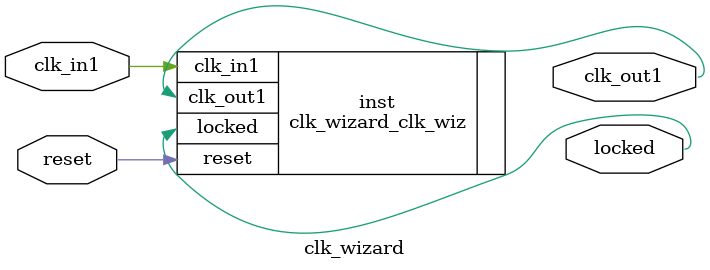
<source format=v>


`timescale 1ps/1ps

(* CORE_GENERATION_INFO = "clk_wizard,clk_wiz_v6_0_4_0_0,{component_name=clk_wizard,use_phase_alignment=true,use_min_o_jitter=false,use_max_i_jitter=false,use_dyn_phase_shift=false,use_inclk_switchover=false,use_dyn_reconfig=false,enable_axi=0,feedback_source=FDBK_AUTO,PRIMITIVE=PLL,num_out_clk=1,clkin1_period=10.000,clkin2_period=10.000,use_power_down=false,use_reset=true,use_locked=true,use_inclk_stopped=false,feedback_type=SINGLE,CLOCK_MGR_TYPE=NA,manual_override=false}" *)

module clk_wizard 
 (
  // Clock out ports
  output        clk_out1,
  // Status and control signals
  input         reset,
  output        locked,
 // Clock in ports
  input         clk_in1
 );

  clk_wizard_clk_wiz inst
  (
  // Clock out ports  
  .clk_out1(clk_out1),
  // Status and control signals               
  .reset(reset), 
  .locked(locked),
 // Clock in ports
  .clk_in1(clk_in1)
  );

endmodule

</source>
